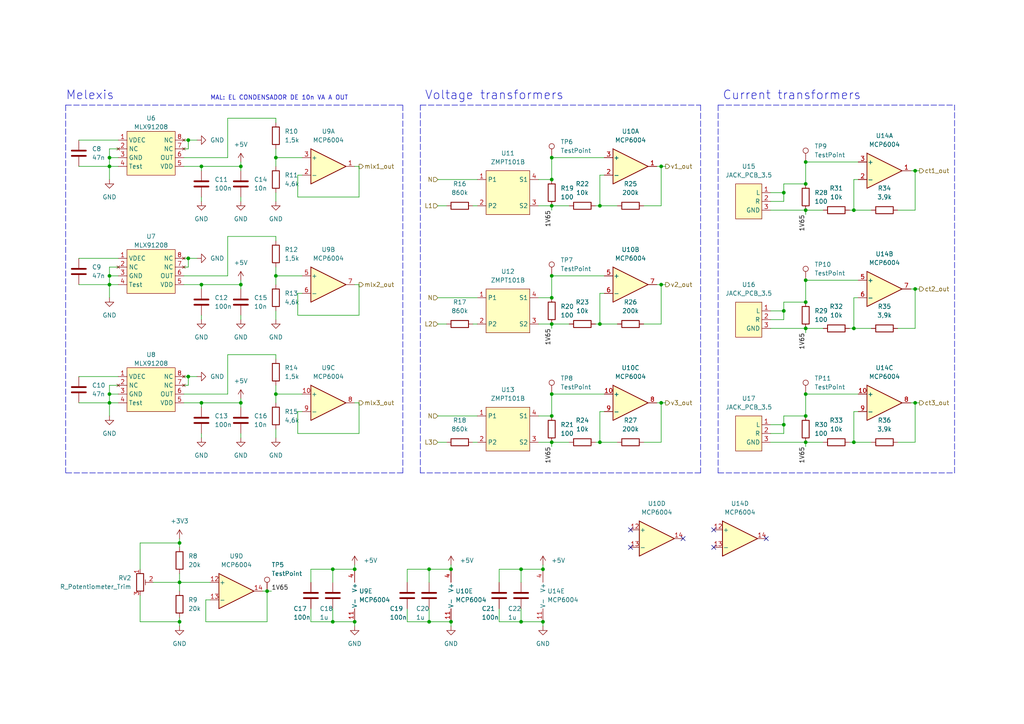
<source format=kicad_sch>
(kicad_sch (version 20211123) (generator eeschema)
  (paper "A4")
  (title_block (title "Power meter TFM") (date "2022-05-05") (rev "1.0") (company "Guillermo González Martín"))
  (lib_symbols
    (symbol "Amplifier_Operational:MCP6004" (pin_names (offset 0.127))
      (property "Reference" "U" (at 0 5.08 0))
      (property "Value" "MCP6004" (at 0 -5.08 0))
      (symbol "MCP6004_1_1"
        (polyline (pts (xy -5.08 5.08) (xy 5.08 0) (xy -5.08 -5.08) (xy -5.08 5.08)) (stroke (width 0.254)) (fill (type background)))
        (pin output line (at 7.62 0 180) (length 2.54) (name "~") (number "1"))
        (pin input line (at -7.62 -2.54 0) (length 2.54) (name "-") (number "2"))
        (pin input line (at -7.62 2.54 0) (length 2.54) (name "+") (number "3"))
      )
      (symbol "MCP6004_2_1"
        (polyline (pts (xy -5.08 5.08) (xy 5.08 0) (xy -5.08 -5.08) (xy -5.08 5.08)) (stroke (width 0.254)) (fill (type background)))
        (pin input line (at -7.62 2.54 0) (length 2.54) (name "+") (number "5"))
        (pin input line (at -7.62 -2.54 0) (length 2.54) (name "-") (number "6"))
        (pin output line (at 7.62 0 180) (length 2.54) (name "~") (number "7"))
      )
      (symbol "MCP6004_3_1"
        (polyline (pts (xy -5.08 5.08) (xy 5.08 0) (xy -5.08 -5.08) (xy -5.08 5.08)) (stroke (width 0.254)) (fill (type background)))
        (pin input line (at -7.62 2.54 0) (length 2.54) (name "+") (number "10"))
        (pin output line (at 7.62 0 180) (length 2.54) (name "~") (number "8"))
        (pin input line (at -7.62 -2.54 0) (length 2.54) (name "-") (number "9"))
      )
      (symbol "MCP6004_4_1"
        (polyline (pts (xy -5.08 5.08) (xy 5.08 0) (xy -5.08 -5.08) (xy -5.08 5.08)) (stroke (width 0.254)) (fill (type background)))
        (pin input line (at -7.62 2.54 0) (length 2.54) (name "+") (number "12"))
        (pin input line (at -7.62 -2.54 0) (length 2.54) (name "-") (number "13"))
        (pin output line (at 7.62 0 180) (length 2.54) (name "~") (number "14"))
      )
      (symbol "MCP6004_5_1"
        (pin power_in line (at -2.54 -7.62 90) (length 3.81) (name "V-") (number "11"))
        (pin power_in line (at -2.54 7.62 270) (length 3.81) (name "V+") (number "4"))
      )
    )
    (symbol "Connector:TestPoint" (pin_numbers hide) (pin_names (offset 0.762) hide)
      (property "Reference" "TP" (at 0 6.858 0))
      (property "Value" "TestPoint" (at 0 5.08 0))
      (symbol "TestPoint_0_1"
        (circle (center 0 3.302) (radius 0.762))
      )
      (symbol "TestPoint_1_1"
        (pin passive line (at 0 0 90) (length 2.54) (name "1") (number "1"))
      )
    )
    (symbol "Device:C" (pin_numbers hide) (pin_names (offset 0.254))
      (property "Reference" "C" (at 0.635 2.54 0))
      (property "Value" "C" (at 0.635 -2.54 0))
      (symbol "C_0_1"
        (polyline (pts (xy -2.032 -0.762) (xy 2.032 -0.762)) (stroke (width 0.508)))
        (polyline (pts (xy -2.032 0.762) (xy 2.032 0.762)) (stroke (width 0.508)))
      )
      (symbol "C_1_1"
        (pin passive line (at 0 3.81 270) (length 2.794) (name "~") (number "1"))
        (pin passive line (at 0 -3.81 90) (length 2.794) (name "~") (number "2"))
      )
    )
    (symbol "Device:R" (pin_numbers hide) (pin_names (offset 0))
      (property "Reference" "R" (at 2.032 0 90))
      (property "Value" "R" (at 0 0 90))
      (symbol "R_0_1"
        (rectangle (start -1.016 -2.54) (end 1.016 2.54) (stroke (width 0.254)))
      )
      (symbol "R_1_1"
        (pin passive line (at 0 3.81 270) (length 1.27) (name "~") (number "1"))
        (pin passive line (at 0 -3.81 90) (length 1.27) (name "~") (number "2"))
      )
    )
    (symbol "Device:R_Potentiometer_Trim" (pin_names (offset 1.016) hide)
      (property "Reference" "RV" (at -4.445 0 90))
      (property "Value" "R_Potentiometer_Trim" (at -2.54 0 90))
      (symbol "R_Potentiometer_Trim_0_1"
        (polyline (pts (xy 1.524 0.762) (xy 1.524 -0.762)))
        (polyline (pts (xy 2.54 0) (xy 1.524 0)))
        (rectangle (start 1.016 2.54) (end -1.016 -2.54) (stroke (width 0.254)))
      )
      (symbol "R_Potentiometer_Trim_1_1"
        (pin passive line (at 0 3.81 270) (length 1.27) (name "1") (number "1"))
        (pin passive line (at 3.81 0 180) (length 1.27) (name "2") (number "2"))
        (pin passive line (at 0 -3.81 90) (length 1.27) (name "3") (number "3"))
      )
    )
    (symbol "guille_library:JACK_PCB_3.5"
      (property "Reference" "U" (at 0 6.35 0))
      (property "Value" "JACK_PCB_3.5" (at 0 8.89 0))
      (symbol "JACK_PCB_3.5_0_1"
        (rectangle (start -3.81 5.08) (end 3.81 -5.08) (fill (type background)))
      )
      (symbol "JACK_PCB_3.5_1_1"
        (pin input line (at 6.35 2.54 180) (length 2.54) (name "L") (number "1"))
        (pin input line (at 6.35 0 180) (length 2.54) (name "R") (number "2"))
        (pin passive line (at 6.35 -2.54 180) (length 2.54) (name "GND") (number "3"))
      )
    )
    (symbol "guille_library:MLX91208"
      (property "Reference" "U1" (at 0.635 10.16 0))
      (property "Value" "MLX91208" (at 0.635 7.62 0))
      (symbol "MLX91208_0_1"
        (rectangle (start -6.35 6.35) (end 7.62 -6.35) (fill (type background)))
      )
      (symbol "MLX91208_1_1"
        (pin input line (at -8.89 3.81 0) (length 2.54) (name "VDEC") (number "1"))
        (pin no_connect line (at -8.89 1.27 0) (length 2.54) (name "NC") (number "2"))
        (pin power_in line (at -8.89 -1.27 0) (length 2.54) (name "GND") (number "3"))
        (pin input line (at -8.89 -3.81 0) (length 2.54) (name "Test") (number "4"))
        (pin power_in line (at 10.16 -3.81 180) (length 2.54) (name "VDD") (number "5"))
        (pin output line (at 10.16 -1.27 180) (length 2.54) (name "OUT") (number "6"))
        (pin no_connect line (at 10.16 1.27 180) (length 2.54) (name "NC") (number "7"))
        (pin no_connect line (at 10.16 3.81 180) (length 2.54) (name "NC") (number "8"))
      )
    )
    (symbol "guille_library:ZMPT101B"
      (property "Reference" "U" (at 0 10.16 0))
      (property "Value" "ZMPT101B" (at 0 7.62 0))
      (symbol "ZMPT101B_0_1"
        (rectangle (start -6.35 6.35) (end 6.35 -6.35) (fill (type background)))
      )
      (symbol "ZMPT101B_1_1"
        (pin passive line (at -8.89 3.81 0) (length 2.54) (name "P1") (number "1"))
        (pin passive line (at -8.89 -3.81 0) (length 2.54) (name "P2") (number "2"))
        (pin passive line (at 8.89 -3.81 180) (length 2.54) (name "S2") (number "3"))
        (pin passive line (at 8.89 3.81 180) (length 2.54) (name "S1") (number "4"))
      )
    )
    (symbol "power:+3V3" (power) (pin_names (offset 0))
      (property "Value" "+3V3" (at 0 3.556 0))
      (symbol "+3V3_0_1"
        (polyline (pts (xy -0.762 1.27) (xy 0 2.54)))
        (polyline (pts (xy 0 0) (xy 0 2.54)))
        (polyline (pts (xy 0 2.54) (xy 0.762 1.27)))
      )
      (symbol "+3V3_1_1"
        (pin power_in line (at 0 0 90) (length 0) hide (name "+3V3") (number "1"))
      )
    )
    (symbol "power:+5V" (power) (pin_names (offset 0))
      (property "Value" "+5V" (at 0 3.556 0))
      (symbol "+5V_0_1"
        (polyline (pts (xy -0.762 1.27) (xy 0 2.54)))
        (polyline (pts (xy 0 0) (xy 0 2.54)))
        (polyline (pts (xy 0 2.54) (xy 0.762 1.27)))
      )
      (symbol "+5V_1_1"
        (pin power_in line (at 0 0 90) (length 0) hide (name "+5V") (number "1"))
      )
    )
    (symbol "power:GND" (power) (pin_names (offset 0))
      (property "Value" "GND" (at 0 -3.81 0))
      (symbol "GND_0_1"
        (polyline (pts (xy 0 0) (xy 0 -1.27) (xy 1.27 -1.27) (xy 0 -2.54) (xy -1.27 -1.27) (xy 0 -1.27)))
      )
      (symbol "GND_1_1"
        (pin power_in line (at 0 0 270) (length 0) hide (name "GND") (number "1"))
      )
    )
  )
  (junction (at 124.46 165.1))
  (junction (at 265.43 49.53))
  (junction (at 124.46 180.34))
  (junction (at 233.68 53.34))
  (junction (at 247.65 60.96))
  (junction (at 265.43 83.82))
  (junction (at 80.01 80.01))
  (junction (at 151.13 165.1))
  (junction (at 130.81 165.1))
  (junction (at 31.75 114.3))
  (junction (at 173.99 128.27))
  (junction (at 69.85 82.55))
  (junction (at 227.33 90.17))
  (junction (at 160.02 45.72))
  (junction (at 160.02 86.36))
  (junction (at 247.65 95.25))
  (junction (at 265.43 116.84))
  (junction (at 191.77 48.26))
  (junction (at 31.75 116.84))
  (junction (at 80.01 114.3))
  (junction (at 157.48 165.1))
  (junction (at 96.52 180.34))
  (junction (at 52.07 168.91))
  (junction (at 233.68 46.99))
  (junction (at 96.52 165.1))
  (junction (at 54.61 74.93))
  (junction (at 102.87 165.1))
  (junction (at 160.02 59.69))
  (junction (at 160.02 93.98))
  (junction (at 227.33 123.19))
  (junction (at 191.77 82.55))
  (junction (at 160.02 52.07))
  (junction (at 69.85 48.26))
  (junction (at 31.75 82.55))
  (junction (at 233.68 87.63))
  (junction (at 233.68 120.65))
  (junction (at 58.42 48.26))
  (junction (at 233.68 95.25))
  (junction (at 173.99 93.98))
  (junction (at 160.02 114.3))
  (junction (at 31.75 45.72))
  (junction (at 233.68 128.27))
  (junction (at 233.68 60.96))
  (junction (at 52.07 157.48))
  (junction (at 130.81 180.34))
  (junction (at 69.85 116.84))
  (junction (at 191.77 116.84))
  (junction (at 247.65 128.27))
  (junction (at 54.61 109.22))
  (junction (at 54.61 40.64))
  (junction (at 227.33 55.88))
  (junction (at 173.99 59.69))
  (junction (at 31.75 80.01))
  (junction (at 77.47 171.45))
  (junction (at 160.02 120.65))
  (junction (at 31.75 48.26))
  (junction (at 160.02 128.27))
  (junction (at 102.87 180.34))
  (junction (at 58.42 82.55))
  (junction (at 52.07 180.34))
  (junction (at 151.13 180.34))
  (junction (at 80.01 45.72))
  (junction (at 233.68 81.28))
  (junction (at 157.48 180.34))
  (junction (at 58.42 116.84))
  (junction (at 160.02 80.01))
  (junction (at 233.68 114.3))
  (no_connect (at 207.01 153.67))
  (no_connect (at 207.01 158.75))
  (no_connect (at 182.88 153.67))
  (no_connect (at 222.25 156.21))
  (no_connect (at 198.12 156.21))
  (no_connect (at 182.88 158.75))
  (wire (pts (xy 160.02 45.72) (xy 160.02 52.07)))
  (wire (pts (xy 54.61 40.64) (xy 54.61 43.18)))
  (wire (pts (xy 80.01 114.3) (xy 87.63 114.3)))
  (polyline (pts (xy 276.86 137.16) (xy 276.86 30.48)))
  (wire (pts (xy 175.26 45.72) (xy 160.02 45.72)))
  (wire (pts (xy 191.77 48.26) (xy 190.5 48.26)))
  (wire (pts (xy 144.78 165.1) (xy 144.78 168.91)))
  (wire (pts (xy 53.34 48.26) (xy 58.42 48.26)))
  (polyline (pts (xy 116.84 137.16) (xy 19.05 137.16)))
  (wire (pts (xy 172.72 59.69) (xy 173.99 59.69)))
  (wire (pts (xy 130.81 165.1) (xy 124.46 165.1)))
  (wire (pts (xy 260.35 60.96) (xy 265.43 60.96)))
  (wire (pts (xy 53.34 80.01) (xy 66.04 80.01)))
  (wire (pts (xy 265.43 128.27) (xy 265.43 116.84)))
  (wire (pts (xy 31.75 116.84) (xy 34.29 116.84)))
  (wire (pts (xy 248.92 46.99) (xy 233.68 46.99)))
  (wire (pts (xy 31.75 80.01) (xy 34.29 80.01)))
  (wire (pts (xy 265.43 49.53) (xy 266.7 49.53)))
  (wire (pts (xy 80.01 77.47) (xy 80.01 80.01)))
  (wire (pts (xy 191.77 116.84) (xy 190.5 116.84)))
  (wire (pts (xy 102.87 165.1) (xy 96.52 165.1)))
  (wire (pts (xy 160.02 128.27) (xy 160.02 129.54)))
  (wire (pts (xy 69.85 116.84) (xy 69.85 118.11)))
  (wire (pts (xy 69.85 48.26) (xy 69.85 46.99)))
  (wire (pts (xy 40.64 172.72) (xy 40.64 180.34)))
  (wire (pts (xy 127 120.65) (xy 138.43 120.65)))
  (wire (pts (xy 53.34 114.3) (xy 66.04 114.3)))
  (wire (pts (xy 53.34 116.84) (xy 58.42 116.84)))
  (wire (pts (xy 130.81 180.34) (xy 130.81 181.61)))
  (wire (pts (xy 104.14 57.15) (xy 104.14 48.26)))
  (wire (pts (xy 53.34 109.22) (xy 54.61 109.22)))
  (wire (pts (xy 233.68 60.96) (xy 238.76 60.96)))
  (wire (pts (xy 173.99 50.8) (xy 173.99 59.69)))
  (wire (pts (xy 54.61 74.93) (xy 54.61 77.47)))
  (wire (pts (xy 191.77 116.84) (xy 193.04 116.84)))
  (wire (pts (xy 124.46 165.1) (xy 118.11 165.1)))
  (wire (pts (xy 223.52 128.27) (xy 233.68 128.27)))
  (wire (pts (xy 191.77 128.27) (xy 191.77 116.84)))
  (wire (pts (xy 233.68 60.96) (xy 233.68 62.23)))
  (wire (pts (xy 160.02 80.01) (xy 160.02 86.36)))
  (wire (pts (xy 233.68 114.3) (xy 233.68 120.65)))
  (wire (pts (xy 102.87 180.34) (xy 102.87 181.61)))
  (wire (pts (xy 104.14 48.26) (xy 102.87 48.26)))
  (wire (pts (xy 248.92 81.28) (xy 233.68 81.28)))
  (wire (pts (xy 69.85 81.28) (xy 69.85 82.55)))
  (wire (pts (xy 156.21 93.98) (xy 160.02 93.98)))
  (wire (pts (xy 87.63 85.09) (xy 86.36 85.09)))
  (wire (pts (xy 58.42 82.55) (xy 69.85 82.55)))
  (wire (pts (xy 227.33 87.63) (xy 233.68 87.63)))
  (wire (pts (xy 22.86 82.55) (xy 31.75 82.55)))
  (wire (pts (xy 76.2 171.45) (xy 77.47 171.45)))
  (wire (pts (xy 80.01 124.46) (xy 80.01 127)))
  (wire (pts (xy 66.04 80.01) (xy 66.04 68.58)))
  (wire (pts (xy 31.75 43.18) (xy 31.75 45.72)))
  (wire (pts (xy 87.63 50.8) (xy 86.36 50.8)))
  (wire (pts (xy 144.78 176.53) (xy 144.78 180.34)))
  (wire (pts (xy 124.46 176.53) (xy 124.46 180.34)))
  (polyline (pts (xy 203.2 30.48) (xy 203.2 137.16)))
  (wire (pts (xy 265.43 116.84) (xy 266.7 116.84)))
  (wire (pts (xy 52.07 157.48) (xy 52.07 158.75)))
  (wire (pts (xy 191.77 48.26) (xy 193.04 48.26)))
  (wire (pts (xy 156.21 128.27) (xy 160.02 128.27)))
  (wire (pts (xy 247.65 60.96) (xy 252.73 60.96)))
  (wire (pts (xy 52.07 156.21) (xy 52.07 157.48)))
  (wire (pts (xy 80.01 114.3) (xy 80.01 116.84)))
  (polyline (pts (xy 208.28 30.48) (xy 276.86 30.48)))
  (wire (pts (xy 53.34 40.64) (xy 54.61 40.64)))
  (wire (pts (xy 96.52 165.1) (xy 96.52 168.91)))
  (wire (pts (xy 246.38 60.96) (xy 247.65 60.96)))
  (wire (pts (xy 69.85 48.26) (xy 69.85 49.53)))
  (wire (pts (xy 265.43 83.82) (xy 266.7 83.82)))
  (wire (pts (xy 66.04 34.29) (xy 80.01 34.29)))
  (wire (pts (xy 53.34 77.47) (xy 54.61 77.47)))
  (wire (pts (xy 53.34 82.55) (xy 58.42 82.55)))
  (wire (pts (xy 223.52 95.25) (xy 233.68 95.25)))
  (wire (pts (xy 160.02 59.69) (xy 165.1 59.69)))
  (wire (pts (xy 31.75 114.3) (xy 34.29 114.3)))
  (wire (pts (xy 156.21 86.36) (xy 160.02 86.36)))
  (wire (pts (xy 86.36 85.09) (xy 86.36 91.44)))
  (wire (pts (xy 52.07 166.37) (xy 52.07 168.91)))
  (wire (pts (xy 172.72 128.27) (xy 173.99 128.27)))
  (wire (pts (xy 156.21 52.07) (xy 160.02 52.07)))
  (wire (pts (xy 248.92 52.07) (xy 247.65 52.07)))
  (wire (pts (xy 248.92 114.3) (xy 233.68 114.3)))
  (wire (pts (xy 96.52 180.34) (xy 102.87 180.34)))
  (wire (pts (xy 227.33 123.19) (xy 227.33 125.73)))
  (wire (pts (xy 223.52 125.73) (xy 227.33 125.73)))
  (wire (pts (xy 191.77 82.55) (xy 190.5 82.55)))
  (wire (pts (xy 104.14 116.84) (xy 102.87 116.84)))
  (wire (pts (xy 58.42 91.44) (xy 58.42 92.71)))
  (polyline (pts (xy 121.92 30.48) (xy 203.2 30.48)))
  (wire (pts (xy 96.52 176.53) (xy 96.52 180.34)))
  (wire (pts (xy 86.36 125.73) (xy 104.14 125.73)))
  (wire (pts (xy 227.33 53.34) (xy 227.33 55.88)))
  (wire (pts (xy 66.04 68.58) (xy 80.01 68.58)))
  (wire (pts (xy 265.43 83.82) (xy 264.16 83.82)))
  (wire (pts (xy 246.38 95.25) (xy 247.65 95.25)))
  (wire (pts (xy 137.16 128.27) (xy 138.43 128.27)))
  (wire (pts (xy 58.42 116.84) (xy 69.85 116.84)))
  (wire (pts (xy 69.85 91.44) (xy 69.85 92.71)))
  (wire (pts (xy 186.69 93.98) (xy 191.77 93.98)))
  (wire (pts (xy 31.75 80.01) (xy 31.75 82.55)))
  (wire (pts (xy 137.16 59.69) (xy 138.43 59.69)))
  (wire (pts (xy 160.02 128.27) (xy 165.1 128.27)))
  (wire (pts (xy 80.01 45.72) (xy 80.01 48.26)))
  (wire (pts (xy 160.02 59.69) (xy 160.02 60.96)))
  (wire (pts (xy 191.77 82.55) (xy 193.04 82.55)))
  (wire (pts (xy 160.02 93.98) (xy 160.02 95.25)))
  (wire (pts (xy 80.01 45.72) (xy 87.63 45.72)))
  (wire (pts (xy 233.68 128.27) (xy 238.76 128.27)))
  (wire (pts (xy 247.65 52.07) (xy 247.65 60.96)))
  (wire (pts (xy 156.21 59.69) (xy 160.02 59.69)))
  (polyline (pts (xy 19.05 30.48) (xy 19.05 137.16)))
  (wire (pts (xy 173.99 93.98) (xy 179.07 93.98)))
  (wire (pts (xy 44.45 168.91) (xy 52.07 168.91)))
  (wire (pts (xy 227.33 53.34) (xy 233.68 53.34)))
  (wire (pts (xy 54.61 109.22) (xy 57.15 109.22)))
  (wire (pts (xy 58.42 125.73) (xy 58.42 127)))
  (wire (pts (xy 233.68 95.25) (xy 233.68 96.52)))
  (wire (pts (xy 86.36 119.38) (xy 86.36 125.73)))
  (wire (pts (xy 80.01 43.18) (xy 80.01 45.72)))
  (wire (pts (xy 191.77 59.69) (xy 191.77 48.26)))
  (wire (pts (xy 124.46 165.1) (xy 124.46 168.91)))
  (polyline (pts (xy 116.84 30.48) (xy 116.84 137.16)))
  (wire (pts (xy 160.02 114.3) (xy 160.02 120.65)))
  (wire (pts (xy 31.75 45.72) (xy 31.75 48.26)))
  (wire (pts (xy 80.01 34.29) (xy 80.01 35.56)))
  (wire (pts (xy 80.01 90.17) (xy 80.01 92.71)))
  (wire (pts (xy 260.35 95.25) (xy 265.43 95.25)))
  (polyline (pts (xy 208.28 137.16) (xy 276.86 137.16)))
  (wire (pts (xy 247.65 95.25) (xy 252.73 95.25)))
  (wire (pts (xy 227.33 120.65) (xy 233.68 120.65)))
  (wire (pts (xy 80.01 55.88) (xy 80.01 58.42)))
  (wire (pts (xy 118.11 180.34) (xy 124.46 180.34)))
  (wire (pts (xy 90.17 180.34) (xy 96.52 180.34)))
  (wire (pts (xy 53.34 45.72) (xy 66.04 45.72)))
  (wire (pts (xy 175.26 119.38) (xy 173.99 119.38)))
  (wire (pts (xy 173.99 119.38) (xy 173.99 128.27)))
  (polyline (pts (xy 19.05 30.48) (xy 116.84 30.48)))
  (wire (pts (xy 173.99 59.69) (xy 179.07 59.69)))
  (wire (pts (xy 66.04 45.72) (xy 66.04 34.29)))
  (wire (pts (xy 53.34 74.93) (xy 54.61 74.93)))
  (wire (pts (xy 86.36 57.15) (xy 104.14 57.15)))
  (wire (pts (xy 137.16 93.98) (xy 138.43 93.98)))
  (wire (pts (xy 52.07 179.07) (xy 52.07 180.34)))
  (wire (pts (xy 233.68 81.28) (xy 233.68 87.63)))
  (polyline (pts (xy 203.2 137.16) (xy 121.92 137.16)))
  (wire (pts (xy 151.13 165.1) (xy 144.78 165.1)))
  (wire (pts (xy 52.07 157.48) (xy 40.64 157.48)))
  (wire (pts (xy 233.68 46.99) (xy 233.68 53.34)))
  (wire (pts (xy 31.75 82.55) (xy 31.75 86.36)))
  (wire (pts (xy 77.47 180.34) (xy 77.47 171.45)))
  (wire (pts (xy 247.65 128.27) (xy 252.73 128.27)))
  (wire (pts (xy 223.52 90.17) (xy 227.33 90.17)))
  (wire (pts (xy 233.68 95.25) (xy 238.76 95.25)))
  (wire (pts (xy 69.85 57.15) (xy 69.85 58.42)))
  (wire (pts (xy 151.13 165.1) (xy 151.13 168.91)))
  (wire (pts (xy 58.42 82.55) (xy 58.42 83.82)))
  (wire (pts (xy 260.35 128.27) (xy 265.43 128.27)))
  (wire (pts (xy 265.43 60.96) (xy 265.43 49.53)))
  (wire (pts (xy 22.86 40.64) (xy 34.29 40.64)))
  (wire (pts (xy 151.13 180.34) (xy 157.48 180.34)))
  (wire (pts (xy 127 128.27) (xy 129.54 128.27)))
  (wire (pts (xy 247.65 86.36) (xy 247.65 95.25)))
  (wire (pts (xy 157.48 165.1) (xy 151.13 165.1)))
  (wire (pts (xy 246.38 128.27) (xy 247.65 128.27)))
  (wire (pts (xy 59.69 173.99) (xy 59.69 180.34)))
  (wire (pts (xy 160.02 93.98) (xy 165.1 93.98)))
  (wire (pts (xy 175.26 114.3) (xy 160.02 114.3)))
  (wire (pts (xy 66.04 102.87) (xy 80.01 102.87)))
  (wire (pts (xy 223.52 55.88) (xy 227.33 55.88)))
  (wire (pts (xy 31.75 82.55) (xy 34.29 82.55)))
  (wire (pts (xy 90.17 176.53) (xy 90.17 180.34)))
  (wire (pts (xy 69.85 116.84) (xy 69.85 115.57)))
  (wire (pts (xy 69.85 82.55) (xy 69.85 83.82)))
  (wire (pts (xy 69.85 125.73) (xy 69.85 127)))
  (wire (pts (xy 265.43 49.53) (xy 264.16 49.53)))
  (wire (pts (xy 104.14 91.44) (xy 104.14 82.55)))
  (wire (pts (xy 77.47 171.45) (xy 78.74 171.45)))
  (wire (pts (xy 265.43 116.84) (xy 264.16 116.84)))
  (wire (pts (xy 31.75 111.76) (xy 31.75 114.3)))
  (wire (pts (xy 87.63 119.38) (xy 86.36 119.38)))
  (wire (pts (xy 157.48 180.34) (xy 157.48 181.61)))
  (wire (pts (xy 22.86 109.22) (xy 34.29 109.22)))
  (wire (pts (xy 191.77 93.98) (xy 191.77 82.55)))
  (wire (pts (xy 80.01 102.87) (xy 80.01 104.14)))
  (wire (pts (xy 130.81 163.83) (xy 130.81 165.1)))
  (wire (pts (xy 22.86 48.26) (xy 31.75 48.26)))
  (wire (pts (xy 58.42 57.15) (xy 58.42 58.42)))
  (wire (pts (xy 31.75 77.47) (xy 31.75 80.01)))
  (wire (pts (xy 227.33 120.65) (xy 227.33 123.19)))
  (wire (pts (xy 34.29 77.47) (xy 31.75 77.47)))
  (wire (pts (xy 227.33 90.17) (xy 227.33 92.71)))
  (wire (pts (xy 58.42 48.26) (xy 69.85 48.26)))
  (wire (pts (xy 52.07 181.61) (xy 52.07 180.34)))
  (wire (pts (xy 52.07 168.91) (xy 60.96 168.91)))
  (wire (pts (xy 104.14 82.55) (xy 102.87 82.55)))
  (wire (pts (xy 265.43 95.25) (xy 265.43 83.82)))
  (wire (pts (xy 58.42 116.84) (xy 58.42 118.11)))
  (wire (pts (xy 22.86 74.93) (xy 34.29 74.93)))
  (wire (pts (xy 54.61 40.64) (xy 57.15 40.64)))
  (wire (pts (xy 124.46 180.34) (xy 130.81 180.34)))
  (wire (pts (xy 233.68 128.27) (xy 233.68 129.54)))
  (wire (pts (xy 31.75 114.3) (xy 31.75 116.84)))
  (wire (pts (xy 248.92 86.36) (xy 247.65 86.36)))
  (wire (pts (xy 156.21 120.65) (xy 160.02 120.65)))
  (wire (pts (xy 223.52 123.19) (xy 227.33 123.19)))
  (wire (pts (xy 186.69 59.69) (xy 191.77 59.69)))
  (wire (pts (xy 96.52 165.1) (xy 90.17 165.1)))
  (wire (pts (xy 144.78 180.34) (xy 151.13 180.34)))
  (wire (pts (xy 223.52 92.71) (xy 227.33 92.71)))
  (wire (pts (xy 127 86.36) (xy 138.43 86.36)))
  (wire (pts (xy 127 93.98) (xy 129.54 93.98)))
  (wire (pts (xy 127 59.69) (xy 129.54 59.69)))
  (wire (pts (xy 175.26 50.8) (xy 173.99 50.8)))
  (wire (pts (xy 86.36 91.44) (xy 104.14 91.44)))
  (wire (pts (xy 118.11 165.1) (xy 118.11 168.91)))
  (wire (pts (xy 31.75 48.26) (xy 34.29 48.26)))
  (wire (pts (xy 248.92 119.38) (xy 247.65 119.38)))
  (wire (pts (xy 53.34 43.18) (xy 54.61 43.18)))
  (wire (pts (xy 80.01 68.58) (xy 80.01 69.85)))
  (wire (pts (xy 34.29 111.76) (xy 31.75 111.76)))
  (wire (pts (xy 104.14 125.73) (xy 104.14 116.84)))
  (wire (pts (xy 186.69 128.27) (xy 191.77 128.27)))
  (polyline (pts (xy 121.92 137.16) (xy 121.92 30.48)))
  (wire (pts (xy 31.75 116.84) (xy 31.75 120.65)))
  (wire (pts (xy 175.26 80.01) (xy 160.02 80.01)))
  (wire (pts (xy 127 52.07) (xy 138.43 52.07)))
  (wire (pts (xy 247.65 119.38) (xy 247.65 128.27)))
  (wire (pts (xy 223.52 60.96) (xy 233.68 60.96)))
  (wire (pts (xy 40.64 180.34) (xy 52.07 180.34)))
  (polyline (pts (xy 208.28 30.48) (xy 208.28 137.16)))
  (wire (pts (xy 31.75 48.26) (xy 31.75 52.07)))
  (wire (pts (xy 54.61 74.93) (xy 57.15 74.93)))
  (wire (pts (xy 22.86 116.84) (xy 31.75 116.84)))
  (wire (pts (xy 31.75 45.72) (xy 34.29 45.72)))
  (wire (pts (xy 227.33 87.63) (xy 227.33 90.17)))
  (wire (pts (xy 175.26 85.09) (xy 173.99 85.09)))
  (wire (pts (xy 102.87 163.83) (xy 102.87 165.1)))
  (wire (pts (xy 173.99 128.27) (xy 179.07 128.27)))
  (wire (pts (xy 34.29 43.18) (xy 31.75 43.18)))
  (wire (pts (xy 86.36 50.8) (xy 86.36 57.15)))
  (wire (pts (xy 54.61 109.22) (xy 54.61 111.76)))
  (wire (pts (xy 66.04 114.3) (xy 66.04 102.87)))
  (wire (pts (xy 90.17 165.1) (xy 90.17 168.91)))
  (wire (pts (xy 151.13 176.53) (xy 151.13 180.34)))
  (wire (pts (xy 60.96 173.99) (xy 59.69 173.99)))
  (wire (pts (xy 58.42 48.26) (xy 58.42 49.53)))
  (wire (pts (xy 157.48 163.83) (xy 157.48 165.1)))
  (wire (pts (xy 118.11 176.53) (xy 118.11 180.34)))
  (wire (pts (xy 223.52 58.42) (xy 227.33 58.42)))
  (wire (pts (xy 59.69 180.34) (xy 77.47 180.34)))
  (wire (pts (xy 227.33 55.88) (xy 227.33 58.42)))
  (wire (pts (xy 52.07 168.91) (xy 52.07 171.45)))
  (wire (pts (xy 80.01 80.01) (xy 87.63 80.01)))
  (wire (pts (xy 53.34 111.76) (xy 54.61 111.76)))
  (wire (pts (xy 172.72 93.98) (xy 173.99 93.98)))
  (wire (pts (xy 173.99 85.09) (xy 173.99 93.98)))
  (wire (pts (xy 40.64 157.48) (xy 40.64 165.1)))
  (wire (pts (xy 80.01 80.01) (xy 80.01 82.55)))
  (wire (pts (xy 80.01 111.76) (xy 80.01 114.3)))
  (text "Voltage transformers" (at 123.19 29.21 0) (effects (font (size 2.54 2.54)) (justify left bottom)))
  (text "Melexis" (at 19.05 29.21 0) (effects (font (size 2.54 2.54)) (justify left bottom)))
  (text "Current transformers" (at 209.55 29.21 0) (effects (font (size 2.54 2.54)) (justify left bottom)))
  (text "MAL: EL CONDENSADOR DE 10n VA A OUT" (at 60.96 29.21 0) (effects (font (size 1.27 1.27)) (justify left bottom)))
  (label "1V65" (at 160.02 95.25 270))
  (label "1V65" (at 233.68 129.54 270))
  (label "1V65" (at 233.68 62.23 270))
  (label "1V65" (at 160.02 129.54 270))
  (label "1V65" (at 78.74 171.45 0))
  (label "1V65" (at 160.02 60.96 270))
  (label "1V65" (at 233.68 96.52 270))
  (hierarchical_label "mlx1_out" (shape output) (at 104.14 48.26 0))
  (hierarchical_label "L3" (shape input) (at 127 128.27 180))
  (hierarchical_label "v2_out" (shape output) (at 193.04 82.55 0))
  (hierarchical_label "v3_out" (shape output) (at 193.04 116.84 0))
  (hierarchical_label "ct3_out" (shape output) (at 266.7 116.84 0))
  (hierarchical_label "v1_out" (shape output) (at 193.04 48.26 0))
  (hierarchical_label "L2" (shape input) (at 127 93.98 180))
  (hierarchical_label "N" (shape input) (at 127 120.65 180))
  (hierarchical_label "N" (shape input) (at 127 86.36 180))
  (hierarchical_label "L1" (shape input) (at 127 59.69 180))
  (hierarchical_label "ct2_out" (shape output) (at 266.7 83.82 0))
  (hierarchical_label "mlx2_out" (shape output) (at 104.14 82.55 0))
  (hierarchical_label "ct1_out" (shape output) (at 266.7 49.53 0))
  (hierarchical_label "N" (shape input) (at 127 52.07 180))
  (hierarchical_label "mlx3_out" (shape output) (at 104.14 116.84 0))
  (symbol (lib_id "power:+5V") (at 69.85 81.28 0) (unit 1)
    (property "Reference" "#PWR040" (effects hide))
    (property "Value" "+5V" (at 69.85 76.2 0))
  )
  (symbol (lib_id "Device:R") (at 160.02 124.46 180) (unit 1)
    (property "Reference" "R21" (at 162.56 123.1899 0) (effects (justify right)))
    (property "Value" "100" (at 162.56 125.7299 0) (effects (justify right)))
    (property "Footprint" "Resistor_SMD:R_0402_1005Metric" (effects hide))
  )
  (symbol (lib_id "Amplifier_Operational:MCP6004") (at 105.41 172.72 0) (unit 5)
    (property "Reference" "U9" (at 104.14 171.4499 0) (effects (justify left)))
    (property "Value" "MCP6004" (at 104.14 173.9899 0) (effects (justify left)))
    (property "Footprint" "Package_SO:TSSOP-14_4.4x5mm_P0.65mm" (effects hide))
    (property "Datasheet" "http://ww1.microchip.com/downloads/en/DeviceDoc/21733j.pdf" (effects hide))
  )
  (symbol (lib_id "power:GND") (at 58.42 127 0) (unit 1)
    (property "Reference" "#PWR035" (effects hide))
    (property "Value" "GND" (at 58.42 132.08 0))
  )
  (symbol (lib_id "Device:C") (at 69.85 87.63 0) (unit 1)
    (property "Reference" "C15" (at 73.66 86.3599 0) (effects (justify left)))
    (property "Value" "10n" (at 73.66 88.8999 0) (effects (justify left)))
    (property "Footprint" "Capacitor_SMD:C_0402_1005Metric" (effects hide))
  )
  (symbol (lib_id "Device:C") (at 58.42 87.63 0) (unit 1)
    (property "Reference" "C12" (at 62.23 86.3599 0) (effects (justify left)))
    (property "Value" "100n" (at 62.23 88.8999 0) (effects (justify left)))
    (property "Footprint" "Capacitor_SMD:C_0402_1005Metric" (effects hide))
  )
  (symbol (lib_id "Device:R") (at 256.54 128.27 270) (unit 1)
    (property "Reference" "R36" (at 256.54 121.92 90))
    (property "Value" "3,9k" (at 256.54 124.46 90))
    (property "Footprint" "Resistor_SMD:R_0402_1005Metric" (effects hide))
  )
  (symbol (lib_id "power:GND") (at 80.01 127 0) (unit 1)
    (property "Reference" "#PWR047" (effects hide))
    (property "Value" "GND" (at 80.01 132.08 0))
  )
  (symbol (lib_id "Device:R_Potentiometer_Trim") (at 40.64 168.91 0) (unit 1)
    (property "Reference" "RV2" (at 38.1 167.6399 0) (effects (justify right)))
    (property "Value" "R_Potentiometer_Trim" (at 38.1 170.1799 0) (effects (justify right)))
    (property "Footprint" "Potentiometer_THT:Potentiometer_Bourns_3296W_Vertical" (effects hide))
  )
  (symbol (lib_id "guille_library:ZMPT101B") (at 147.32 90.17 0) (unit 1)
    (property "Reference" "U12" (at 147.32 78.74 0))
    (property "Value" "ZMPT101B" (at 147.32 81.28 0))
    (property "Footprint" "guille_library:ZMPT101B" (effects hide))
  )
  (symbol (lib_id "Device:R") (at 182.88 59.69 270) (unit 1)
    (property "Reference" "R25" (at 182.88 53.34 90))
    (property "Value" "200k" (at 182.88 55.88 90))
    (property "Footprint" "Resistor_SMD:R_0402_1005Metric" (effects hide))
  )
  (symbol (lib_id "power:GND") (at 31.75 52.07 0) (unit 1)
    (property "Reference" "#PWR025" (effects hide))
    (property "Value" "GND" (at 31.75 57.15 0))
  )
  (symbol (lib_id "power:GND") (at 31.75 120.65 0) (unit 1)
    (property "Reference" "#PWR027" (effects hide))
    (property "Value" "GND" (at 31.75 125.73 0))
  )
  (symbol (lib_id "power:GND") (at 130.81 181.61 0) (unit 1)
    (property "Reference" "#PWR051" (effects hide))
    (property "Value" "GND" (at 130.81 186.69 0))
  )
  (symbol (lib_id "Device:R") (at 256.54 60.96 270) (unit 1)
    (property "Reference" "R34" (at 256.54 54.61 90))
    (property "Value" "3,9k" (at 256.54 57.15 90))
    (property "Footprint" "Resistor_SMD:R_0402_1005Metric" (effects hide))
  )
  (symbol (lib_id "Connector:TestPoint") (at 233.68 114.3 0) (unit 1)
    (property "Reference" "TP11" (at 236.22 109.7279 0) (effects (justify left)))
    (property "Value" "TestPoint" (at 236.22 112.2679 0) (effects (justify left)))
    (property "Footprint" "TestPoint:TestPoint_Pad_D1.5mm" (effects hide))
  )
  (symbol (lib_id "guille_library:JACK_PCB_3.5") (at 217.17 125.73 0) (unit 1)
    (property "Reference" "U17" (at 217.17 115.57 0))
    (property "Value" "JACK_PCB_3.5" (at 217.17 118.11 0))
    (property "Footprint" "guille_library:JACK_PCB_3.5" (effects hide))
  )
  (symbol (lib_id "Device:C") (at 118.11 172.72 0) (unit 1)
    (property "Reference" "C19" (at 113.03 176.53 0) (effects (justify left)))
    (property "Value" "100n" (at 113.03 179.07 0) (effects (justify left)))
    (property "Footprint" "Capacitor_SMD:C_0402_1005Metric" (effects hide))
  )
  (symbol (lib_id "power:+5V") (at 102.87 163.83 0) (unit 1)
    (property "Reference" "#PWR048" (effects hide))
    (property "Value" "+5V" (at 105.41 162.5599 0) (effects (justify left)))
  )
  (symbol (lib_id "Device:C") (at 90.17 172.72 0) (unit 1)
    (property "Reference" "C17" (at 85.09 176.53 0) (effects (justify left)))
    (property "Value" "100n" (at 85.09 179.07 0) (effects (justify left)))
    (property "Footprint" "Capacitor_SMD:C_0402_1005Metric" (effects hide))
  )
  (symbol (lib_id "Device:R") (at 233.68 57.15 180) (unit 1)
    (property "Reference" "R28" (at 236.22 55.8799 0) (effects (justify right)))
    (property "Value" "100" (at 236.22 58.4199 0) (effects (justify right)))
    (property "Footprint" "Resistor_SMD:R_0402_1005Metric" (effects hide))
  )
  (symbol (lib_id "Device:C") (at 69.85 53.34 0) (unit 1)
    (property "Reference" "C14" (at 73.66 52.0699 0) (effects (justify left)))
    (property "Value" "10n" (at 73.66 54.6099 0) (effects (justify left)))
    (property "Footprint" "Capacitor_SMD:C_0402_1005Metric" (effects hide))
  )
  (symbol (lib_id "Device:R") (at 168.91 93.98 270) (unit 1)
    (property "Reference" "R23" (at 168.91 87.63 90))
    (property "Value" "10k" (at 168.91 90.17 90))
    (property "Footprint" "Resistor_SMD:R_0402_1005Metric" (effects hide))
  )
  (symbol (lib_id "Device:R") (at 233.68 91.44 180) (unit 1)
    (property "Reference" "R29" (at 236.22 90.1699 0) (effects (justify right)))
    (property "Value" "100" (at 236.22 92.7099 0) (effects (justify right)))
    (property "Footprint" "Resistor_SMD:R_0402_1005Metric" (effects hide))
  )
  (symbol (lib_id "Device:R") (at 133.35 59.69 90) (unit 1)
    (property "Reference" "R16" (at 133.35 53.34 90))
    (property "Value" "860k" (at 133.35 55.88 90))
    (property "Footprint" "Resistor_THT:R_Axial_DIN0207_L6.3mm_D2.5mm_P7.62mm_Horizontal" (effects hide))
  )
  (symbol (lib_id "Amplifier_Operational:MCP6004") (at 95.25 116.84 0) (unit 3)
    (property "Reference" "U9" (at 95.25 106.68 0))
    (property "Value" "MCP6004" (at 95.25 109.22 0))
    (property "Footprint" "Package_SO:TSSOP-14_4.4x5mm_P0.65mm" (effects hide))
    (property "Datasheet" "http://ww1.microchip.com/downloads/en/DeviceDoc/21733j.pdf" (effects hide))
  )
  (symbol (lib_id "guille_library:MLX91208") (at 43.18 44.45 0) (unit 1)
    (property "Reference" "U6" (at 43.815 34.29 0))
    (property "Value" "MLX91208" (at 43.815 36.83 0))
    (property "Footprint" "guille_library:MLX91208_USHIELD" (effects hide))
  )
  (symbol (lib_id "Connector:TestPoint") (at 160.02 45.72 0) (unit 1)
    (property "Reference" "TP6" (at 162.56 41.1479 0) (effects (justify left)))
    (property "Value" "TestPoint" (at 162.56 43.6879 0) (effects (justify left)))
    (property "Footprint" "TestPoint:TestPoint_Pad_D1.5mm" (effects hide))
  )
  (symbol (lib_id "power:GND") (at 58.42 92.71 0) (unit 1)
    (property "Reference" "#PWR034" (effects hide))
    (property "Value" "GND" (at 58.42 97.79 0))
  )
  (symbol (lib_id "Device:R") (at 242.57 128.27 270) (unit 1)
    (property "Reference" "R33" (at 242.57 121.92 90))
    (property "Value" "10k" (at 242.57 124.46 90))
    (property "Footprint" "Resistor_SMD:R_0402_1005Metric" (effects hide))
  )
  (symbol (lib_id "Device:R") (at 242.57 95.25 270) (unit 1)
    (property "Reference" "R32" (at 242.57 88.9 90))
    (property "Value" "10k" (at 242.57 91.44 90))
    (property "Footprint" "Resistor_SMD:R_0402_1005Metric" (effects hide))
  )
  (symbol (lib_id "guille_library:JACK_PCB_3.5") (at 217.17 92.71 0) (unit 1)
    (property "Reference" "U16" (at 217.17 82.55 0))
    (property "Value" "JACK_PCB_3.5" (at 217.17 85.09 0))
    (property "Footprint" "guille_library:JACK_PCB_3.5" (effects hide))
  )
  (symbol (lib_id "power:GND") (at 102.87 181.61 0) (unit 1)
    (property "Reference" "#PWR049" (effects hide))
    (property "Value" "GND" (at 102.87 186.69 0))
  )
  (symbol (lib_id "Device:R") (at 168.91 128.27 270) (unit 1)
    (property "Reference" "R24" (at 168.91 121.92 90))
    (property "Value" "10k" (at 168.91 124.46 90))
    (property "Footprint" "Resistor_SMD:R_0402_1005Metric" (effects hide))
  )
  (symbol (lib_id "Device:R") (at 160.02 55.88 180) (unit 1)
    (property "Reference" "R19" (at 162.56 54.6099 0) (effects (justify right)))
    (property "Value" "100" (at 162.56 57.1499 0) (effects (justify right)))
    (property "Footprint" "Resistor_SMD:R_0402_1005Metric" (effects hide))
  )
  (symbol (lib_id "Connector:TestPoint") (at 160.02 80.01 0) (unit 1)
    (property "Reference" "TP7" (at 162.56 75.4379 0) (effects (justify left)))
    (property "Value" "TestPoint" (at 162.56 77.9779 0) (effects (justify left)))
    (property "Footprint" "TestPoint:TestPoint_Pad_D1.5mm" (effects hide))
  )
  (symbol (lib_id "Device:R") (at 133.35 93.98 90) (unit 1)
    (property "Reference" "R17" (at 133.35 87.63 90))
    (property "Value" "860k" (at 133.35 90.17 90))
    (property "Footprint" "Resistor_THT:R_Axial_DIN0207_L6.3mm_D2.5mm_P7.62mm_Horizontal" (effects hide))
  )
  (symbol (lib_id "Amplifier_Operational:MCP6004") (at 182.88 116.84 0) (unit 3)
    (property "Reference" "U10" (at 182.88 106.68 0))
    (property "Value" "MCP6004" (at 182.88 109.22 0))
    (property "Footprint" "Package_SO:TSSOP-14_4.4x5mm_P0.65mm" (effects hide))
    (property "Datasheet" "http://ww1.microchip.com/downloads/en/DeviceDoc/21733j.pdf" (effects hide))
  )
  (symbol (lib_id "power:GND") (at 80.01 58.42 0) (unit 1)
    (property "Reference" "#PWR043" (effects hide))
    (property "Value" "GND" (at 80.01 63.5 0))
  )
  (symbol (lib_id "guille_library:MLX91208") (at 43.18 113.03 0) (unit 1)
    (property "Reference" "U8" (at 43.815 102.87 0))
    (property "Value" "MLX91208" (at 43.815 105.41 0))
    (property "Footprint" "guille_library:MLX91208_USHIELD" (effects hide))
  )
  (symbol (lib_id "Device:C") (at 96.52 172.72 0) (unit 1)
    (property "Reference" "C18" (at 92.71 176.53 0) (effects (justify left)))
    (property "Value" "1u" (at 92.71 179.07 0) (effects (justify left)))
    (property "Footprint" "Capacitor_SMD:C_0402_1005Metric" (effects hide))
  )
  (symbol (lib_id "Device:R") (at 80.01 73.66 0) (unit 1)
    (property "Reference" "R12" (at 82.55 72.3899 0) (effects (justify left)))
    (property "Value" "1,5k" (at 82.55 74.9299 0) (effects (justify left)))
    (property "Footprint" "Resistor_SMD:R_0402_1005Metric" (effects hide))
  )
  (symbol (lib_id "Amplifier_Operational:MCP6004") (at 214.63 156.21 0) (unit 4)
    (property "Reference" "U14" (at 214.63 146.05 0))
    (property "Value" "MCP6004" (at 214.63 148.59 0))
    (property "Footprint" "Package_SO:TSSOP-14_4.4x5mm_P0.65mm" (effects hide))
    (property "Datasheet" "http://ww1.microchip.com/downloads/en/DeviceDoc/21733j.pdf" (effects hide))
  )
  (symbol (lib_id "Amplifier_Operational:MCP6004") (at 160.02 172.72 0) (unit 5)
    (property "Reference" "U14" (at 158.75 171.4499 0) (effects (justify left)))
    (property "Value" "MCP6004" (at 158.75 173.9899 0) (effects (justify left)))
    (property "Footprint" "Package_SO:TSSOP-14_4.4x5mm_P0.65mm" (effects hide))
    (property "Datasheet" "http://ww1.microchip.com/downloads/en/DeviceDoc/21733j.pdf" (effects hide))
  )
  (symbol (lib_id "power:GND") (at 57.15 40.64 90) (unit 1)
    (property "Reference" "#PWR030" (effects hide))
    (property "Value" "GND" (at 60.96 40.6399 90) (effects (justify right)))
  )
  (symbol (lib_id "guille_library:MLX91208") (at 43.18 78.74 0) (unit 1)
    (property "Reference" "U7" (at 43.815 68.58 0))
    (property "Value" "MLX91208" (at 43.815 71.12 0))
    (property "Footprint" "guille_library:MLX91208_USHIELD" (effects hide))
  )
  (symbol (lib_id "Amplifier_Operational:MCP6004") (at 256.54 49.53 0) (unit 1)
    (property "Reference" "U14" (at 256.54 39.37 0))
    (property "Value" "MCP6004" (at 256.54 41.91 0))
    (property "Footprint" "Package_SO:TSSOP-14_4.4x5mm_P0.65mm" (effects hide))
    (property "Datasheet" "http://ww1.microchip.com/downloads/en/DeviceDoc/21733j.pdf" (effects hide))
  )
  (symbol (lib_id "Device:C") (at 58.42 53.34 0) (unit 1)
    (property "Reference" "C11" (at 62.23 52.0699 0) (effects (justify left)))
    (property "Value" "100n" (at 62.23 54.6099 0) (effects (justify left)))
    (property "Footprint" "Capacitor_SMD:C_0402_1005Metric" (effects hide))
  )
  (symbol (lib_id "power:+5V") (at 69.85 115.57 0) (unit 1)
    (property "Reference" "#PWR041" (effects hide))
    (property "Value" "+5V" (at 69.85 110.49 0))
  )
  (symbol (lib_id "Device:C") (at 22.86 113.03 0) (unit 1)
    (property "Reference" "C10" (at 26.67 111.7599 0) (effects (justify left)))
    (property "Value" "47n" (at 26.67 114.2999 0) (effects (justify left)))
    (property "Footprint" "Capacitor_SMD:C_0402_1005Metric" (effects hide))
  )
  (symbol (lib_id "Device:R") (at 80.01 86.36 0) (unit 1)
    (property "Reference" "R13" (at 82.55 85.0899 0) (effects (justify left)))
    (property "Value" "4,6k" (at 82.55 87.6299 0) (effects (justify left)))
    (property "Footprint" "Resistor_SMD:R_0402_1005Metric" (effects hide))
  )
  (symbol (lib_id "Device:C") (at 124.46 172.72 0) (unit 1)
    (property "Reference" "C20" (at 120.65 176.53 0) (effects (justify left)))
    (property "Value" "1u" (at 120.65 179.07 0) (effects (justify left)))
    (property "Footprint" "Capacitor_SMD:C_0402_1005Metric" (effects hide))
  )
  (symbol (lib_id "Device:R") (at 80.01 39.37 0) (unit 1)
    (property "Reference" "R10" (at 82.55 38.0999 0) (effects (justify left)))
    (property "Value" "1,5k" (at 82.55 40.6399 0) (effects (justify left)))
    (property "Footprint" "Resistor_SMD:R_0402_1005Metric" (effects hide))
  )
  (symbol (lib_id "power:GND") (at 31.75 86.36 0) (unit 1)
    (property "Reference" "#PWR026" (effects hide))
    (property "Value" "GND" (at 31.75 91.44 0))
  )
  (symbol (lib_id "power:+5V") (at 130.81 163.83 0) (unit 1)
    (property "Reference" "#PWR050" (effects hide))
    (property "Value" "+5V" (at 133.35 162.5599 0) (effects (justify left)))
  )
  (symbol (lib_id "Device:R") (at 182.88 93.98 270) (unit 1)
    (property "Reference" "R26" (at 182.88 87.63 90))
    (property "Value" "200k" (at 182.88 90.17 90))
    (property "Footprint" "Resistor_SMD:R_0402_1005Metric" (effects hide))
  )
  (symbol (lib_id "Connector:TestPoint") (at 160.02 114.3 0) (unit 1)
    (property "Reference" "TP8" (at 162.56 109.7279 0) (effects (justify left)))
    (property "Value" "TestPoint" (at 162.56 112.2679 0) (effects (justify left)))
    (property "Footprint" "TestPoint:TestPoint_Pad_D1.5mm" (effects hide))
  )
  (symbol (lib_id "power:GND") (at 69.85 58.42 0) (unit 1)
    (property "Reference" "#PWR036" (effects hide))
    (property "Value" "GND" (at 69.85 63.5 0))
  )
  (symbol (lib_id "power:GND") (at 80.01 92.71 0) (unit 1)
    (property "Reference" "#PWR045" (effects hide))
    (property "Value" "GND" (at 80.01 97.79 0))
  )
  (symbol (lib_id "Device:R") (at 233.68 124.46 180) (unit 1)
    (property "Reference" "R30" (at 236.22 123.1899 0) (effects (justify right)))
    (property "Value" "100" (at 236.22 125.7299 0) (effects (justify right)))
    (property "Footprint" "Resistor_SMD:R_0402_1005Metric" (effects hide))
  )
  (symbol (lib_id "guille_library:JACK_PCB_3.5") (at 217.17 58.42 0) (unit 1)
    (property "Reference" "U15" (at 217.17 48.26 0))
    (property "Value" "JACK_PCB_3.5" (at 217.17 50.8 0))
    (property "Footprint" "guille_library:JACK_PCB_3.5" (effects hide))
  )
  (symbol (lib_id "Device:C") (at 69.85 121.92 0) (unit 1)
    (property "Reference" "C16" (at 73.66 120.6499 0) (effects (justify left)))
    (property "Value" "10n" (at 73.66 123.1899 0) (effects (justify left)))
    (property "Footprint" "Capacitor_SMD:C_0402_1005Metric" (effects hide))
  )
  (symbol (lib_id "power:GND") (at 69.85 92.71 0) (unit 1)
    (property "Reference" "#PWR037" (effects hide))
    (property "Value" "GND" (at 69.85 97.79 0))
  )
  (symbol (lib_id "Connector:TestPoint") (at 77.47 171.45 0) (unit 1)
    (property "Reference" "TP5" (at 78.74 163.83 0) (effects (justify left)))
    (property "Value" "TestPoint" (at 78.74 166.37 0) (effects (justify left)))
    (property "Footprint" "TestPoint:TestPoint_Pad_D1.5mm" (effects hide))
  )
  (symbol (lib_id "power:GND") (at 52.07 181.61 0) (unit 1)
    (property "Reference" "#PWR029" (effects hide))
    (property "Value" "GND" (at 52.07 186.69 0))
  )
  (symbol (lib_id "Device:R") (at 52.07 175.26 0) (unit 1)
    (property "Reference" "R9" (at 54.61 173.9899 0) (effects (justify left)))
    (property "Value" "20k" (at 54.61 176.5299 0) (effects (justify left)))
    (property "Footprint" "Resistor_SMD:R_0402_1005Metric" (effects hide))
  )
  (symbol (lib_id "Amplifier_Operational:MCP6004") (at 133.35 172.72 0) (unit 5)
    (property "Reference" "U10" (at 132.08 171.4499 0) (effects (justify left)))
    (property "Value" "MCP6004" (at 132.08 173.9899 0) (effects (justify left)))
    (property "Footprint" "Package_SO:TSSOP-14_4.4x5mm_P0.65mm" (effects hide))
    (property "Datasheet" "http://ww1.microchip.com/downloads/en/DeviceDoc/21733j.pdf" (effects hide))
  )
  (symbol (lib_id "Device:C") (at 151.13 172.72 0) (unit 1)
    (property "Reference" "C22" (at 147.32 176.53 0) (effects (justify left)))
    (property "Value" "1u" (at 147.32 179.07 0) (effects (justify left)))
    (property "Footprint" "Capacitor_SMD:C_0402_1005Metric" (effects hide))
  )
  (symbol (lib_id "Amplifier_Operational:MCP6004") (at 182.88 82.55 0) (unit 2)
    (property "Reference" "U10" (at 182.88 72.39 0))
    (property "Value" "MCP6004" (at 182.88 74.93 0))
    (property "Footprint" "Package_SO:TSSOP-14_4.4x5mm_P0.65mm" (effects hide))
    (property "Datasheet" "http://ww1.microchip.com/downloads/en/DeviceDoc/21733j.pdf" (effects hide))
  )
  (symbol (lib_id "Connector:TestPoint") (at 233.68 81.28 0) (unit 1)
    (property "Reference" "TP10" (at 236.22 76.7079 0) (effects (justify left)))
    (property "Value" "TestPoint" (at 236.22 79.2479 0) (effects (justify left)))
    (property "Footprint" "TestPoint:TestPoint_Pad_D1.5mm" (effects hide))
  )
  (symbol (lib_id "power:GND") (at 57.15 109.22 90) (unit 1)
    (property "Reference" "#PWR032" (effects hide))
    (property "Value" "GND" (at 60.96 109.2199 90) (effects (justify right)))
  )
  (symbol (lib_id "guille_library:ZMPT101B") (at 147.32 124.46 0) (unit 1)
    (property "Reference" "U13" (at 147.32 113.03 0))
    (property "Value" "ZMPT101B" (at 147.32 115.57 0))
    (property "Footprint" "guille_library:ZMPT101B" (effects hide))
  )
  (symbol (lib_id "Device:R") (at 133.35 128.27 90) (unit 1)
    (property "Reference" "R18" (at 133.35 121.92 90))
    (property "Value" "860k" (at 133.35 124.46 90))
    (property "Footprint" "Resistor_THT:R_Axial_DIN0207_L6.3mm_D2.5mm_P7.62mm_Horizontal" (effects hide))
  )
  (symbol (lib_id "Amplifier_Operational:MCP6004") (at 95.25 48.26 0) (unit 1)
    (property "Reference" "U9" (at 95.25 38.1 0))
    (property "Value" "MCP6004" (at 95.25 40.64 0))
    (property "Footprint" "Package_SO:TSSOP-14_4.4x5mm_P0.65mm" (effects hide))
    (property "Datasheet" "http://ww1.microchip.com/downloads/en/DeviceDoc/21733j.pdf" (effects hide))
  )
  (symbol (lib_id "Device:C") (at 22.86 44.45 0) (unit 1)
    (property "Reference" "C8" (at 26.67 43.1799 0) (effects (justify left)))
    (property "Value" "47n" (at 26.67 45.7199 0) (effects (justify left)))
    (property "Footprint" "Capacitor_SMD:C_0402_1005Metric" (effects hide))
  )
  (symbol (lib_id "Device:C") (at 58.42 121.92 0) (unit 1)
    (property "Reference" "C13" (at 62.23 120.6499 0) (effects (justify left)))
    (property "Value" "100n" (at 62.23 123.1899 0) (effects (justify left)))
    (property "Footprint" "Capacitor_SMD:C_0402_1005Metric" (effects hide))
  )
  (symbol (lib_id "Amplifier_Operational:MCP6004") (at 182.88 48.26 0) (unit 1)
    (property "Reference" "U10" (at 182.88 38.1 0))
    (property "Value" "MCP6004" (at 182.88 40.64 0))
    (property "Footprint" "Package_SO:TSSOP-14_4.4x5mm_P0.65mm" (effects hide))
    (property "Datasheet" "http://ww1.microchip.com/downloads/en/DeviceDoc/21733j.pdf" (effects hide))
  )
  (symbol (lib_id "Device:R") (at 52.07 162.56 0) (unit 1)
    (property "Reference" "R8" (at 54.61 161.2899 0) (effects (justify left)))
    (property "Value" "20k" (at 54.61 163.8299 0) (effects (justify left)))
    (property "Footprint" "Resistor_SMD:R_0402_1005Metric" (effects hide))
  )
  (symbol (lib_id "power:GND") (at 57.15 74.93 90) (unit 1)
    (property "Reference" "#PWR031" (effects hide))
    (property "Value" "GND" (at 60.96 74.9299 90) (effects (justify right)))
  )
  (symbol (lib_id "Device:C") (at 22.86 78.74 0) (unit 1)
    (property "Reference" "C9" (at 26.67 77.4699 0) (effects (justify left)))
    (property "Value" "47n" (at 26.67 80.0099 0) (effects (justify left)))
    (property "Footprint" "Capacitor_SMD:C_0402_1005Metric" (effects hide))
  )
  (symbol (lib_id "power:GND") (at 157.48 181.61 0) (unit 1)
    (property "Reference" "#PWR053" (effects hide))
    (property "Value" "GND" (at 157.48 186.69 0))
  )
  (symbol (lib_id "power:GND") (at 69.85 127 0) (unit 1)
    (property "Reference" "#PWR038" (effects hide))
    (property "Value" "GND" (at 69.85 132.08 0))
  )
  (symbol (lib_id "Device:C") (at 144.78 172.72 0) (unit 1)
    (property "Reference" "C21" (at 139.7 176.53 0) (effects (justify left)))
    (property "Value" "100n" (at 139.7 179.07 0) (effects (justify left)))
    (property "Footprint" "Capacitor_SMD:C_0402_1005Metric" (effects hide))
  )
  (symbol (lib_id "power:+5V") (at 157.48 163.83 0) (unit 1)
    (property "Reference" "#PWR052" (effects hide))
    (property "Value" "+5V" (at 161.925 162.56 0))
  )
  (symbol (lib_id "power:+5V") (at 69.85 46.99 0) (unit 1)
    (property "Reference" "#PWR039" (effects hide))
    (property "Value" "+5V" (at 69.85 41.91 0))
  )
  (symbol (lib_id "Device:R") (at 80.01 120.65 0) (unit 1)
    (property "Reference" "R15" (at 82.55 119.3799 0) (effects (justify left)))
    (property "Value" "4,6k" (at 82.55 121.9199 0) (effects (justify left)))
    (property "Footprint" "Resistor_SMD:R_0402_1005Metric" (effects hide))
  )
  (symbol (lib_id "Device:R") (at 160.02 90.17 180) (unit 1)
    (property "Reference" "R20" (at 162.56 88.8999 0) (effects (justify right)))
    (property "Value" "100" (at 162.56 91.4399 0) (effects (justify right)))
    (property "Footprint" "Resistor_SMD:R_0402_1005Metric" (effects hide))
  )
  (symbol (lib_id "power:+3V3") (at 52.07 156.21 0) (unit 1)
    (property "Reference" "#PWR028" (effects hide))
    (property "Value" "+3V3" (at 52.07 151.13 0))
  )
  (symbol (lib_id "Amplifier_Operational:MCP6004") (at 256.54 83.82 0) (unit 2)
    (property "Reference" "U14" (at 256.54 73.66 0))
    (property "Value" "MCP6004" (at 256.54 76.2 0))
    (property "Footprint" "Package_SO:TSSOP-14_4.4x5mm_P0.65mm" (effects hide))
    (property "Datasheet" "http://ww1.microchip.com/downloads/en/DeviceDoc/21733j.pdf" (effects hide))
  )
  (symbol (lib_id "Amplifier_Operational:MCP6004") (at 95.25 82.55 0) (unit 2)
    (property "Reference" "U9" (at 95.25 72.39 0))
    (property "Value" "MCP6004" (at 95.25 74.93 0))
    (property "Footprint" "Package_SO:TSSOP-14_4.4x5mm_P0.65mm" (effects hide))
    (property "Datasheet" "http://ww1.microchip.com/downloads/en/DeviceDoc/21733j.pdf" (effects hide))
  )
  (symbol (lib_id "Device:R") (at 80.01 107.95 0) (unit 1)
    (property "Reference" "R14" (at 82.55 106.6799 0) (effects (justify left)))
    (property "Value" "1,5k" (at 82.55 109.2199 0) (effects (justify left)))
    (property "Footprint" "Resistor_SMD:R_0402_1005Metric" (effects hide))
  )
  (symbol (lib_id "Connector:TestPoint") (at 233.68 46.99 0) (unit 1)
    (property "Reference" "TP9" (at 236.22 42.4179 0) (effects (justify left)))
    (property "Value" "TestPoint" (at 236.22 44.9579 0) (effects (justify left)))
    (property "Footprint" "TestPoint:TestPoint_Pad_D1.5mm" (effects hide))
  )
  (symbol (lib_id "Amplifier_Operational:MCP6004") (at 190.5 156.21 0) (unit 4)
    (property "Reference" "U10" (at 190.5 146.05 0))
    (property "Value" "MCP6004" (at 190.5 148.59 0))
    (property "Footprint" "Package_SO:TSSOP-14_4.4x5mm_P0.65mm" (effects hide))
    (property "Datasheet" "http://ww1.microchip.com/downloads/en/DeviceDoc/21733j.pdf" (effects hide))
  )
  (symbol (lib_id "guille_library:ZMPT101B") (at 147.32 55.88 0) (unit 1)
    (property "Reference" "U11" (at 147.32 44.45 0))
    (property "Value" "ZMPT101B" (at 147.32 46.99 0))
    (property "Footprint" "guille_library:ZMPT101B" (effects hide))
  )
  (symbol (lib_id "Device:R") (at 168.91 59.69 270) (unit 1)
    (property "Reference" "R22" (at 168.91 53.34 90))
    (property "Value" "10k" (at 168.91 55.88 90))
    (property "Footprint" "Resistor_SMD:R_0402_1005Metric" (effects hide))
  )
  (symbol (lib_id "Device:R") (at 242.57 60.96 270) (unit 1)
    (property "Reference" "R31" (at 242.57 54.61 90))
    (property "Value" "10k" (at 242.57 57.15 90))
    (property "Footprint" "Resistor_SMD:R_0402_1005Metric" (effects hide))
  )
  (symbol (lib_id "power:GND") (at 58.42 58.42 0) (unit 1)
    (property "Reference" "#PWR033" (effects hide))
    (property "Value" "GND" (at 58.42 63.5 0))
  )
  (symbol (lib_id "Device:R") (at 256.54 95.25 270) (unit 1)
    (property "Reference" "R35" (at 256.54 88.9 90))
    (property "Value" "3,9k" (at 256.54 91.44 90))
    (property "Footprint" "Resistor_SMD:R_0402_1005Metric" (effects hide))
  )
  (symbol (lib_id "Amplifier_Operational:MCP6004") (at 256.54 116.84 0) (unit 3)
    (property "Reference" "U14" (at 256.54 106.68 0))
    (property "Value" "MCP6004" (at 256.54 109.22 0))
    (property "Footprint" "Package_SO:TSSOP-14_4.4x5mm_P0.65mm" (effects hide))
    (property "Datasheet" "http://ww1.microchip.com/downloads/en/DeviceDoc/21733j.pdf" (effects hide))
  )
  (symbol (lib_id "Device:R") (at 182.88 128.27 270) (unit 1)
    (property "Reference" "R27" (at 182.88 121.92 90))
    (property "Value" "200k" (at 182.88 124.46 90))
    (property "Footprint" "Resistor_SMD:R_0402_1005Metric" (effects hide))
  )
  (symbol (lib_id "Device:R") (at 80.01 52.07 0) (unit 1)
    (property "Reference" "R11" (at 82.55 50.7999 0) (effects (justify left)))
    (property "Value" "4,6k" (at 82.55 53.3399 0) (effects (justify left)))
    (property "Footprint" "Resistor_SMD:R_0402_1005Metric" (effects hide))
  )
  (symbol (lib_id "Amplifier_Operational:MCP6004") (at 68.58 171.45 0) (unit 4)
    (property "Reference" "U9" (at 68.58 161.29 0))
    (property "Value" "MCP6004" (at 68.58 163.83 0))
    (property "Footprint" "Package_SO:TSSOP-14_4.4x5mm_P0.65mm" (effects hide))
    (property "Datasheet" "http://ww1.microchip.com/downloads/en/DeviceDoc/21733j.pdf" (effects hide))
  )
)
</source>
